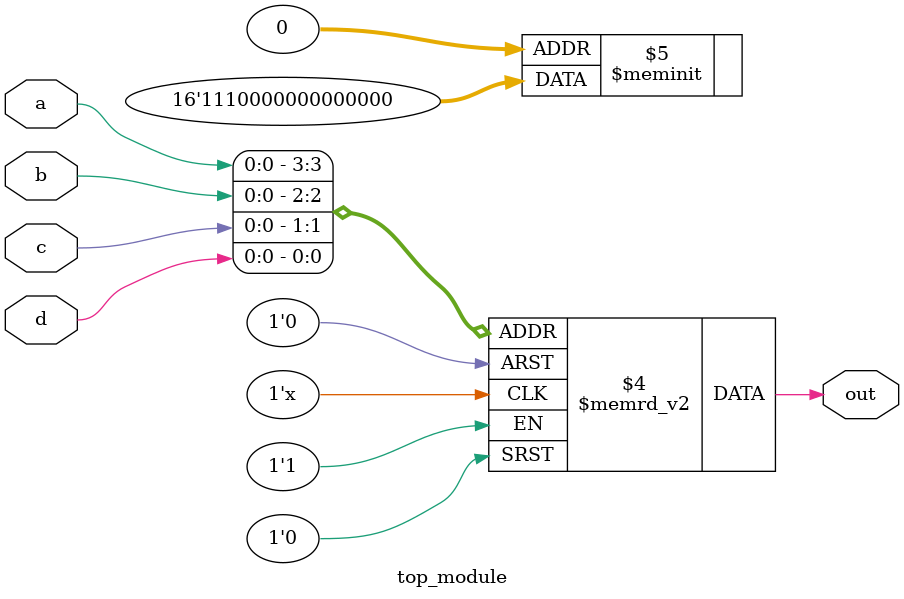
<source format=sv>
module top_module (
	input a, 
	input b,
	input c,
	input d,
	output reg out
);

	always @(*) begin
		case ({a, b, c, d})
			4'b0000: out = 1'b0;
			4'b0001: out = 1'b0;
			4'b0010: out = 1'b0;
			4'b0011: out = 1'b0;
			4'b0100: out = 1'b0;
			4'b0101: out = 1'b0;
			4'b0110: out = 1'b0;
			4'b0111: out = 1'b0;
			4'b1000: out = 1'b0;
			4'b1001: out = 1'b0;
			4'b1010: out = 1'b0;
			4'b1011: out = 1'b0;
			4'b1100: out = 1'b0;
			4'b1101: out = 1'b1;
			4'b1110: out = 1'b1;
			4'b1111: out = 1'b1;
			default: out = 1'b0;
		endcase
	end

endmodule

</source>
